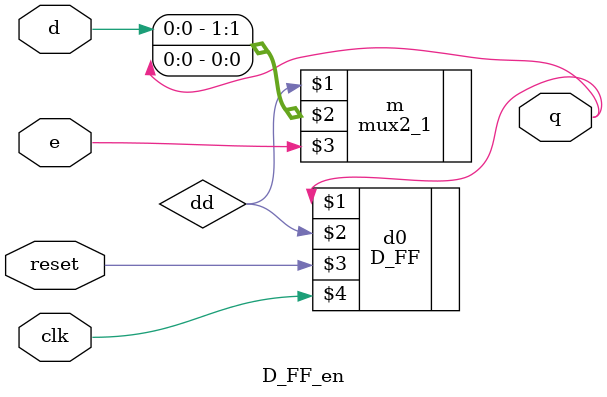
<source format=sv>
module D_FF_en (q, d, reset, clk, e);
	output logic q; 
	input logic d, reset, clk, e; 
	logic dd;
	
	D_FF d0(q,dd,reset,clk);
	mux2_1 m(dd,{d,q},e);
endmodule 

</source>
